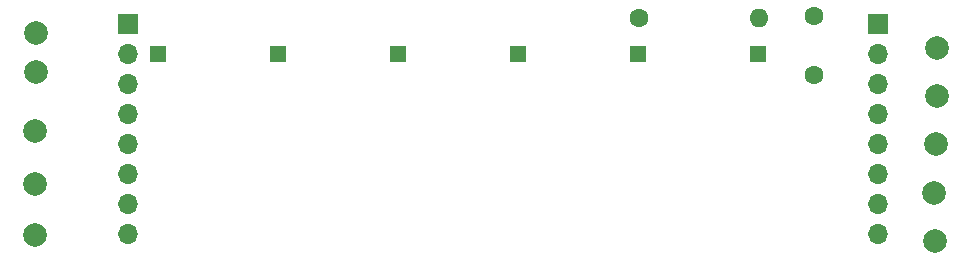
<source format=gbs>
G04 #@! TF.GenerationSoftware,KiCad,Pcbnew,6.0.9-8da3e8f707~116~ubuntu20.04.1*
G04 #@! TF.CreationDate,2022-11-05T14:44:28+00:00*
G04 #@! TF.ProjectId,slrm,736c726d-2e6b-4696-9361-645f70636258,rev?*
G04 #@! TF.SameCoordinates,Original*
G04 #@! TF.FileFunction,Soldermask,Bot*
G04 #@! TF.FilePolarity,Negative*
%FSLAX46Y46*%
G04 Gerber Fmt 4.6, Leading zero omitted, Abs format (unit mm)*
G04 Created by KiCad (PCBNEW 6.0.9-8da3e8f707~116~ubuntu20.04.1) date 2022-11-05 14:44:28*
%MOMM*%
%LPD*%
G01*
G04 APERTURE LIST*
%ADD10R,1.350000X1.350000*%
%ADD11C,2.000000*%
%ADD12C,1.600000*%
%ADD13R,1.700000X1.700000*%
%ADD14O,1.700000X1.700000*%
%ADD15O,1.600000X1.600000*%
G04 APERTURE END LIST*
D10*
X121920000Y-88900000D03*
X162560000Y-88900000D03*
D11*
X187629800Y-100660200D03*
X111480600Y-104241600D03*
D12*
X177400000Y-85690000D03*
X177400000Y-90690000D03*
D10*
X142240000Y-88900000D03*
D11*
X111480600Y-99898200D03*
X111480600Y-95427800D03*
X111582200Y-87172800D03*
D13*
X119380000Y-86360000D03*
D14*
X119380000Y-88900000D03*
X119380000Y-91440000D03*
X119380000Y-93980000D03*
X119380000Y-96520000D03*
X119380000Y-99060000D03*
X119380000Y-101600000D03*
X119380000Y-104140000D03*
D12*
X162585400Y-85826600D03*
D15*
X172745400Y-85826600D03*
D13*
X182880000Y-86360000D03*
D14*
X182880000Y-88900000D03*
X182880000Y-91440000D03*
X182880000Y-93980000D03*
X182880000Y-96520000D03*
X182880000Y-99060000D03*
X182880000Y-101600000D03*
X182880000Y-104140000D03*
D10*
X132080000Y-88900000D03*
X172720000Y-88900000D03*
D11*
X187680600Y-104749600D03*
X187807600Y-96545400D03*
X187858400Y-92481400D03*
X111600000Y-90410000D03*
D10*
X152400000Y-88900000D03*
D11*
X187833000Y-88366600D03*
M02*

</source>
